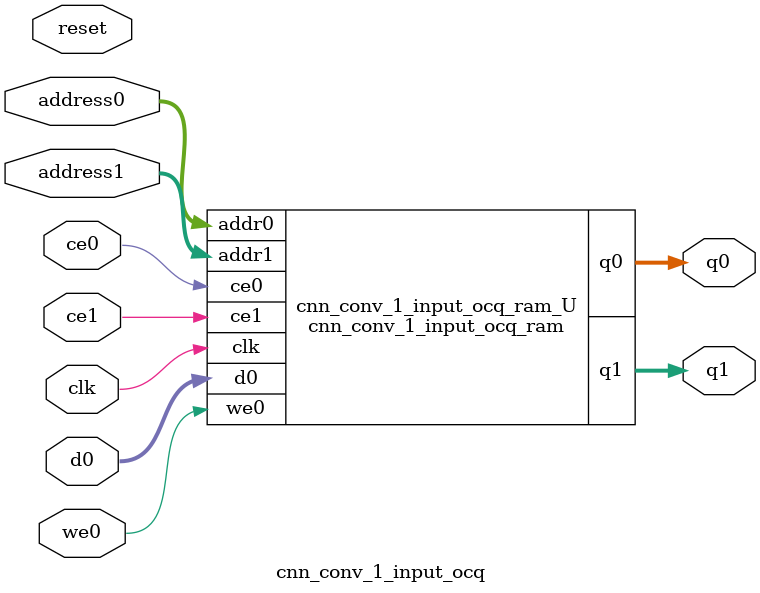
<source format=v>
`timescale 1 ns / 1 ps
module cnn_conv_1_input_ocq_ram (addr0, ce0, d0, we0, q0, addr1, ce1, q1,  clk);

parameter DWIDTH = 32;
parameter AWIDTH = 7;
parameter MEM_SIZE = 90;

input[AWIDTH-1:0] addr0;
input ce0;
input[DWIDTH-1:0] d0;
input we0;
output reg[DWIDTH-1:0] q0;
input[AWIDTH-1:0] addr1;
input ce1;
output reg[DWIDTH-1:0] q1;
input clk;

(* ram_style = "block" *)reg [DWIDTH-1:0] ram[0:MEM_SIZE-1];




always @(posedge clk)  
begin 
    if (ce0) 
    begin
        if (we0) 
        begin 
            ram[addr0] <= d0; 
        end 
        q0 <= ram[addr0];
    end
end


always @(posedge clk)  
begin 
    if (ce1) 
    begin
        q1 <= ram[addr1];
    end
end


endmodule

`timescale 1 ns / 1 ps
module cnn_conv_1_input_ocq(
    reset,
    clk,
    address0,
    ce0,
    we0,
    d0,
    q0,
    address1,
    ce1,
    q1);

parameter DataWidth = 32'd32;
parameter AddressRange = 32'd90;
parameter AddressWidth = 32'd7;
input reset;
input clk;
input[AddressWidth - 1:0] address0;
input ce0;
input we0;
input[DataWidth - 1:0] d0;
output[DataWidth - 1:0] q0;
input[AddressWidth - 1:0] address1;
input ce1;
output[DataWidth - 1:0] q1;



cnn_conv_1_input_ocq_ram cnn_conv_1_input_ocq_ram_U(
    .clk( clk ),
    .addr0( address0 ),
    .ce0( ce0 ),
    .we0( we0 ),
    .d0( d0 ),
    .q0( q0 ),
    .addr1( address1 ),
    .ce1( ce1 ),
    .q1( q1 ));

endmodule


</source>
